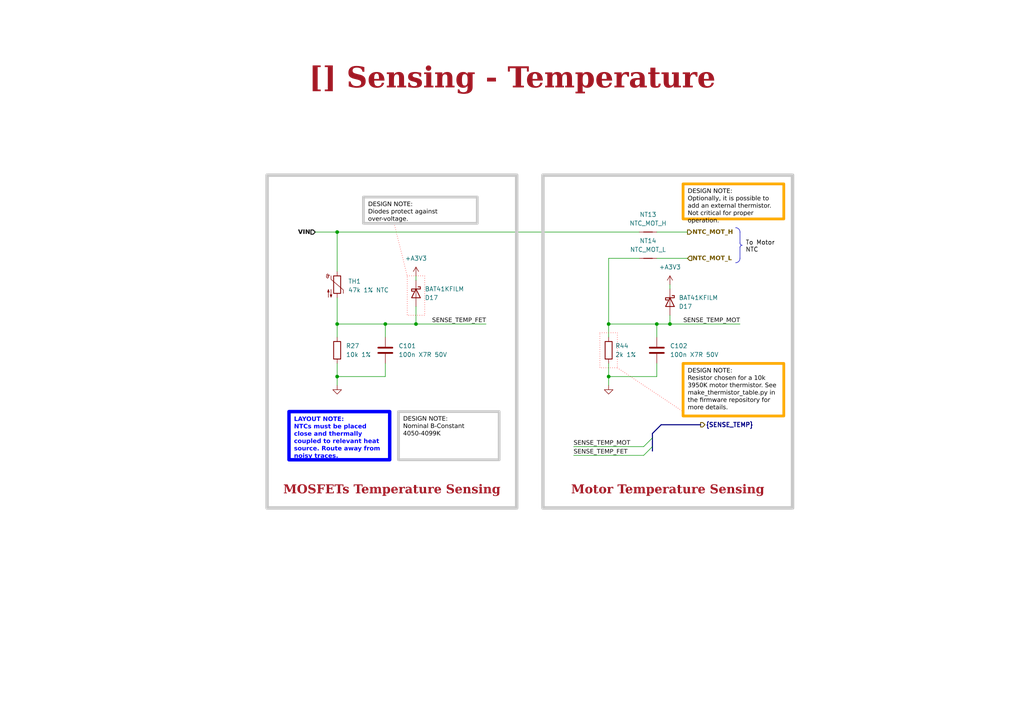
<source format=kicad_sch>
(kicad_sch
	(version 20231120)
	(generator "eeschema")
	(generator_version "8.0")
	(uuid "ea8c4f5e-7a49-4faf-a994-dbc85ed86b0a")
	(paper "A4")
	(title_block
		(title "Sensing - Temperature")
		(date "2024-04-13")
		(rev "${REVISION}")
		(company "${COMPANY}")
	)
	(lib_symbols
		(symbol "0_power_symbols:+A3V3"
			(power)
			(pin_names
				(offset 0)
			)
			(exclude_from_sim no)
			(in_bom yes)
			(on_board yes)
			(property "Reference" "#PWR"
				(at 0 -3.81 0)
				(effects
					(font
						(size 1.27 1.27)
					)
					(hide yes)
				)
			)
			(property "Value" "+A3V3"
				(at 0 3.556 0)
				(effects
					(font
						(size 1.27 1.27)
					)
				)
			)
			(property "Footprint" ""
				(at 0 0 0)
				(effects
					(font
						(size 1.27 1.27)
					)
					(hide yes)
				)
			)
			(property "Datasheet" ""
				(at 0 0 0)
				(effects
					(font
						(size 1.27 1.27)
					)
					(hide yes)
				)
			)
			(property "Description" "Power symbol creates a global label with name \"+A3V3\""
				(at 0 0 0)
				(effects
					(font
						(size 1.27 1.27)
					)
					(hide yes)
				)
			)
			(property "ki_keywords" "global power"
				(at 0 0 0)
				(effects
					(font
						(size 1.27 1.27)
					)
					(hide yes)
				)
			)
			(symbol "+A3V3_0_1"
				(polyline
					(pts
						(xy -0.762 1.27) (xy 0 2.54)
					)
					(stroke
						(width 0)
						(type default)
					)
					(fill
						(type none)
					)
				)
				(polyline
					(pts
						(xy 0 0) (xy 0 2.54)
					)
					(stroke
						(width 0)
						(type default)
					)
					(fill
						(type none)
					)
				)
				(polyline
					(pts
						(xy 0 2.54) (xy 0.762 1.27)
					)
					(stroke
						(width 0)
						(type default)
					)
					(fill
						(type none)
					)
				)
			)
			(symbol "+A3V3_1_1"
				(pin power_in line
					(at 0 0 90)
					(length 0) hide
					(name "+A3V3"
						(effects
							(font
								(size 1.27 1.27)
							)
						)
					)
					(number "1"
						(effects
							(font
								(size 1.27 1.27)
							)
						)
					)
				)
			)
		)
		(symbol "BAT41KFILM_1"
			(pin_numbers hide)
			(pin_names
				(offset 1.016) hide)
			(exclude_from_sim no)
			(in_bom yes)
			(on_board yes)
			(property "Reference" "D"
				(at 0 2.54 0)
				(effects
					(font
						(size 1.27 1.27)
					)
				)
			)
			(property "Value" "BAT41KFILM"
				(at 0 -2.54 0)
				(effects
					(font
						(size 1.27 1.27)
					)
				)
			)
			(property "Footprint" "0_diode_smd:D_SOD-523"
				(at 0 -4.445 0)
				(effects
					(font
						(size 1.27 1.27)
					)
					(hide yes)
				)
			)
			(property "Datasheet" "https://www.mouser.ch/datasheet/2/389/bat41-1848934.pdf"
				(at 0 0 0)
				(effects
					(font
						(size 1.27 1.27)
					)
					(hide yes)
				)
			)
			(property "Description" "100V 1A Schottky Diode, SOD-523-2"
				(at 0 0 0)
				(effects
					(font
						(size 1.27 1.27)
					)
					(hide yes)
				)
			)
			(property "ki_keywords" "diode Schottky"
				(at 0 0 0)
				(effects
					(font
						(size 1.27 1.27)
					)
					(hide yes)
				)
			)
			(property "ki_fp_filters" "D*DO?201AD*"
				(at 0 0 0)
				(effects
					(font
						(size 1.27 1.27)
					)
					(hide yes)
				)
			)
			(symbol "BAT41KFILM_1_0_1"
				(polyline
					(pts
						(xy 1.27 0) (xy -1.27 0)
					)
					(stroke
						(width 0)
						(type default)
					)
					(fill
						(type none)
					)
				)
				(polyline
					(pts
						(xy 1.27 1.27) (xy 1.27 -1.27) (xy -1.27 0) (xy 1.27 1.27)
					)
					(stroke
						(width 0.254)
						(type default)
					)
					(fill
						(type none)
					)
				)
				(polyline
					(pts
						(xy -1.905 0.635) (xy -1.905 1.27) (xy -1.27 1.27) (xy -1.27 -1.27) (xy -0.635 -1.27) (xy -0.635 -0.635)
					)
					(stroke
						(width 0.254)
						(type default)
					)
					(fill
						(type none)
					)
				)
			)
			(symbol "BAT41KFILM_1_1_1"
				(pin passive line
					(at -3.81 0 0)
					(length 2.54)
					(name "K"
						(effects
							(font
								(size 1.27 1.27)
							)
						)
					)
					(number "1"
						(effects
							(font
								(size 1.27 1.27)
							)
						)
					)
				)
				(pin passive line
					(at 3.81 0 180)
					(length 2.54)
					(name "A"
						(effects
							(font
								(size 1.27 1.27)
							)
						)
					)
					(number "2"
						(effects
							(font
								(size 1.27 1.27)
							)
						)
					)
				)
			)
		)
		(symbol "Device:C"
			(pin_numbers hide)
			(pin_names
				(offset 0.254)
			)
			(exclude_from_sim no)
			(in_bom yes)
			(on_board yes)
			(property "Reference" "C"
				(at 0.635 2.54 0)
				(effects
					(font
						(size 1.27 1.27)
					)
					(justify left)
				)
			)
			(property "Value" "C"
				(at 0.635 -2.54 0)
				(effects
					(font
						(size 1.27 1.27)
					)
					(justify left)
				)
			)
			(property "Footprint" ""
				(at 0.9652 -3.81 0)
				(effects
					(font
						(size 1.27 1.27)
					)
					(hide yes)
				)
			)
			(property "Datasheet" "~"
				(at 0 0 0)
				(effects
					(font
						(size 1.27 1.27)
					)
					(hide yes)
				)
			)
			(property "Description" "Unpolarized capacitor"
				(at 0 0 0)
				(effects
					(font
						(size 1.27 1.27)
					)
					(hide yes)
				)
			)
			(property "ki_keywords" "cap capacitor"
				(at 0 0 0)
				(effects
					(font
						(size 1.27 1.27)
					)
					(hide yes)
				)
			)
			(property "ki_fp_filters" "C_*"
				(at 0 0 0)
				(effects
					(font
						(size 1.27 1.27)
					)
					(hide yes)
				)
			)
			(symbol "C_0_1"
				(polyline
					(pts
						(xy -2.032 -0.762) (xy 2.032 -0.762)
					)
					(stroke
						(width 0.508)
						(type default)
					)
					(fill
						(type none)
					)
				)
				(polyline
					(pts
						(xy -2.032 0.762) (xy 2.032 0.762)
					)
					(stroke
						(width 0.508)
						(type default)
					)
					(fill
						(type none)
					)
				)
			)
			(symbol "C_1_1"
				(pin passive line
					(at 0 3.81 270)
					(length 2.794)
					(name "~"
						(effects
							(font
								(size 1.27 1.27)
							)
						)
					)
					(number "1"
						(effects
							(font
								(size 1.27 1.27)
							)
						)
					)
				)
				(pin passive line
					(at 0 -3.81 90)
					(length 2.794)
					(name "~"
						(effects
							(font
								(size 1.27 1.27)
							)
						)
					)
					(number "2"
						(effects
							(font
								(size 1.27 1.27)
							)
						)
					)
				)
			)
		)
		(symbol "Device:NetTie_2"
			(pin_numbers hide)
			(pin_names
				(offset 0) hide)
			(exclude_from_sim no)
			(in_bom no)
			(on_board yes)
			(property "Reference" "NT"
				(at 0 1.27 0)
				(effects
					(font
						(size 1.27 1.27)
					)
				)
			)
			(property "Value" "NetTie_2"
				(at 0 -1.27 0)
				(effects
					(font
						(size 1.27 1.27)
					)
				)
			)
			(property "Footprint" ""
				(at 0 0 0)
				(effects
					(font
						(size 1.27 1.27)
					)
					(hide yes)
				)
			)
			(property "Datasheet" "~"
				(at 0 0 0)
				(effects
					(font
						(size 1.27 1.27)
					)
					(hide yes)
				)
			)
			(property "Description" "Net tie, 2 pins"
				(at 0 0 0)
				(effects
					(font
						(size 1.27 1.27)
					)
					(hide yes)
				)
			)
			(property "ki_keywords" "net tie short"
				(at 0 0 0)
				(effects
					(font
						(size 1.27 1.27)
					)
					(hide yes)
				)
			)
			(property "ki_fp_filters" "Net*Tie*"
				(at 0 0 0)
				(effects
					(font
						(size 1.27 1.27)
					)
					(hide yes)
				)
			)
			(symbol "NetTie_2_0_1"
				(polyline
					(pts
						(xy -1.27 0) (xy 1.27 0)
					)
					(stroke
						(width 0.254)
						(type default)
					)
					(fill
						(type none)
					)
				)
			)
			(symbol "NetTie_2_1_1"
				(pin passive line
					(at -2.54 0 0)
					(length 2.54)
					(name "1"
						(effects
							(font
								(size 1.27 1.27)
							)
						)
					)
					(number "1"
						(effects
							(font
								(size 1.27 1.27)
							)
						)
					)
				)
				(pin passive line
					(at 2.54 0 180)
					(length 2.54)
					(name "2"
						(effects
							(font
								(size 1.27 1.27)
							)
						)
					)
					(number "2"
						(effects
							(font
								(size 1.27 1.27)
							)
						)
					)
				)
			)
		)
		(symbol "Device:R"
			(pin_numbers hide)
			(pin_names
				(offset 0)
			)
			(exclude_from_sim no)
			(in_bom yes)
			(on_board yes)
			(property "Reference" "R"
				(at 2.032 0 90)
				(effects
					(font
						(size 1.27 1.27)
					)
				)
			)
			(property "Value" "R"
				(at 0 0 90)
				(effects
					(font
						(size 1.27 1.27)
					)
				)
			)
			(property "Footprint" ""
				(at -1.778 0 90)
				(effects
					(font
						(size 1.27 1.27)
					)
					(hide yes)
				)
			)
			(property "Datasheet" "~"
				(at 0 0 0)
				(effects
					(font
						(size 1.27 1.27)
					)
					(hide yes)
				)
			)
			(property "Description" "Resistor"
				(at 0 0 0)
				(effects
					(font
						(size 1.27 1.27)
					)
					(hide yes)
				)
			)
			(property "ki_keywords" "R res resistor"
				(at 0 0 0)
				(effects
					(font
						(size 1.27 1.27)
					)
					(hide yes)
				)
			)
			(property "ki_fp_filters" "R_*"
				(at 0 0 0)
				(effects
					(font
						(size 1.27 1.27)
					)
					(hide yes)
				)
			)
			(symbol "R_0_1"
				(rectangle
					(start -1.016 -2.54)
					(end 1.016 2.54)
					(stroke
						(width 0.254)
						(type default)
					)
					(fill
						(type none)
					)
				)
			)
			(symbol "R_1_1"
				(pin passive line
					(at 0 3.81 270)
					(length 1.27)
					(name "~"
						(effects
							(font
								(size 1.27 1.27)
							)
						)
					)
					(number "1"
						(effects
							(font
								(size 1.27 1.27)
							)
						)
					)
				)
				(pin passive line
					(at 0 -3.81 90)
					(length 1.27)
					(name "~"
						(effects
							(font
								(size 1.27 1.27)
							)
						)
					)
					(number "2"
						(effects
							(font
								(size 1.27 1.27)
							)
						)
					)
				)
			)
		)
		(symbol "Device:Thermistor_NTC"
			(pin_numbers hide)
			(pin_names
				(offset 0)
			)
			(exclude_from_sim no)
			(in_bom yes)
			(on_board yes)
			(property "Reference" "TH"
				(at -4.445 0 90)
				(effects
					(font
						(size 1.27 1.27)
					)
				)
			)
			(property "Value" "Thermistor_NTC"
				(at 3.175 0 90)
				(effects
					(font
						(size 1.27 1.27)
					)
				)
			)
			(property "Footprint" ""
				(at 0 1.27 0)
				(effects
					(font
						(size 1.27 1.27)
					)
					(hide yes)
				)
			)
			(property "Datasheet" "~"
				(at 0 1.27 0)
				(effects
					(font
						(size 1.27 1.27)
					)
					(hide yes)
				)
			)
			(property "Description" "Temperature dependent resistor, negative temperature coefficient"
				(at 0 0 0)
				(effects
					(font
						(size 1.27 1.27)
					)
					(hide yes)
				)
			)
			(property "ki_keywords" "thermistor NTC resistor sensor RTD"
				(at 0 0 0)
				(effects
					(font
						(size 1.27 1.27)
					)
					(hide yes)
				)
			)
			(property "ki_fp_filters" "*NTC* *Thermistor* PIN?ARRAY* bornier* *Terminal?Block* R_*"
				(at 0 0 0)
				(effects
					(font
						(size 1.27 1.27)
					)
					(hide yes)
				)
			)
			(symbol "Thermistor_NTC_0_1"
				(arc
					(start -3.048 2.159)
					(mid -3.0495 2.3143)
					(end -3.175 2.413)
					(stroke
						(width 0)
						(type default)
					)
					(fill
						(type none)
					)
				)
				(arc
					(start -3.048 2.159)
					(mid -2.9736 1.9794)
					(end -2.794 1.905)
					(stroke
						(width 0)
						(type default)
					)
					(fill
						(type none)
					)
				)
				(arc
					(start -3.048 2.794)
					(mid -2.9736 2.6144)
					(end -2.794 2.54)
					(stroke
						(width 0)
						(type default)
					)
					(fill
						(type none)
					)
				)
				(arc
					(start -2.794 1.905)
					(mid -2.6144 1.9794)
					(end -2.54 2.159)
					(stroke
						(width 0)
						(type default)
					)
					(fill
						(type none)
					)
				)
				(arc
					(start -2.794 2.54)
					(mid -2.4393 2.5587)
					(end -2.159 2.794)
					(stroke
						(width 0)
						(type default)
					)
					(fill
						(type none)
					)
				)
				(arc
					(start -2.794 3.048)
					(mid -2.9736 2.9736)
					(end -3.048 2.794)
					(stroke
						(width 0)
						(type default)
					)
					(fill
						(type none)
					)
				)
				(arc
					(start -2.54 2.794)
					(mid -2.6144 2.9736)
					(end -2.794 3.048)
					(stroke
						(width 0)
						(type default)
					)
					(fill
						(type none)
					)
				)
				(rectangle
					(start -1.016 2.54)
					(end 1.016 -2.54)
					(stroke
						(width 0.254)
						(type default)
					)
					(fill
						(type none)
					)
				)
				(polyline
					(pts
						(xy -2.54 2.159) (xy -2.54 2.794)
					)
					(stroke
						(width 0)
						(type default)
					)
					(fill
						(type none)
					)
				)
				(polyline
					(pts
						(xy -1.778 2.54) (xy -1.778 1.524) (xy 1.778 -1.524) (xy 1.778 -2.54)
					)
					(stroke
						(width 0)
						(type default)
					)
					(fill
						(type none)
					)
				)
				(polyline
					(pts
						(xy -2.54 -3.683) (xy -2.54 -1.397) (xy -2.794 -2.159) (xy -2.286 -2.159) (xy -2.54 -1.397) (xy -2.54 -1.651)
					)
					(stroke
						(width 0)
						(type default)
					)
					(fill
						(type outline)
					)
				)
				(polyline
					(pts
						(xy -1.778 -1.397) (xy -1.778 -3.683) (xy -2.032 -2.921) (xy -1.524 -2.921) (xy -1.778 -3.683)
						(xy -1.778 -3.429)
					)
					(stroke
						(width 0)
						(type default)
					)
					(fill
						(type outline)
					)
				)
			)
			(symbol "Thermistor_NTC_1_1"
				(pin passive line
					(at 0 3.81 270)
					(length 1.27)
					(name "~"
						(effects
							(font
								(size 1.27 1.27)
							)
						)
					)
					(number "1"
						(effects
							(font
								(size 1.27 1.27)
							)
						)
					)
				)
				(pin passive line
					(at 0 -3.81 90)
					(length 1.27)
					(name "~"
						(effects
							(font
								(size 1.27 1.27)
							)
						)
					)
					(number "2"
						(effects
							(font
								(size 1.27 1.27)
							)
						)
					)
				)
			)
		)
		(symbol "power:GND"
			(power)
			(pin_names
				(offset 0)
			)
			(exclude_from_sim no)
			(in_bom yes)
			(on_board yes)
			(property "Reference" "#PWR"
				(at 0 -6.35 0)
				(effects
					(font
						(size 1.27 1.27)
					)
					(hide yes)
				)
			)
			(property "Value" "GND"
				(at 0 -3.81 0)
				(effects
					(font
						(size 1.27 1.27)
					)
				)
			)
			(property "Footprint" ""
				(at 0 0 0)
				(effects
					(font
						(size 1.27 1.27)
					)
					(hide yes)
				)
			)
			(property "Datasheet" ""
				(at 0 0 0)
				(effects
					(font
						(size 1.27 1.27)
					)
					(hide yes)
				)
			)
			(property "Description" "Power symbol creates a global label with name \"GND\" , ground"
				(at 0 0 0)
				(effects
					(font
						(size 1.27 1.27)
					)
					(hide yes)
				)
			)
			(property "ki_keywords" "global power"
				(at 0 0 0)
				(effects
					(font
						(size 1.27 1.27)
					)
					(hide yes)
				)
			)
			(symbol "GND_0_1"
				(polyline
					(pts
						(xy 0 0) (xy 0 -1.27) (xy 1.27 -1.27) (xy 0 -2.54) (xy -1.27 -1.27) (xy 0 -1.27)
					)
					(stroke
						(width 0)
						(type default)
					)
					(fill
						(type none)
					)
				)
			)
			(symbol "GND_1_1"
				(pin power_in line
					(at 0 0 270)
					(length 0) hide
					(name "GND"
						(effects
							(font
								(size 1.27 1.27)
							)
						)
					)
					(number "1"
						(effects
							(font
								(size 1.27 1.27)
							)
						)
					)
				)
			)
		)
	)
	(junction
		(at 194.31 93.98)
		(diameter 0)
		(color 0 0 0 0)
		(uuid "2e271e52-50cd-4ee8-b5d5-22fb6776a7a6")
	)
	(junction
		(at 97.79 67.31)
		(diameter 0)
		(color 0 0 0 0)
		(uuid "52a84555-f80d-48e4-a8f0-95323899449e")
	)
	(junction
		(at 120.65 93.98)
		(diameter 0)
		(color 0 0 0 0)
		(uuid "7a68898c-1ae0-48c1-9f43-00a35b86ae59")
	)
	(junction
		(at 97.79 93.98)
		(diameter 0)
		(color 0 0 0 0)
		(uuid "7c369a62-3ff9-4541-8fe9-c124e88fd58a")
	)
	(junction
		(at 176.53 93.98)
		(diameter 0)
		(color 0 0 0 0)
		(uuid "9c9cbee4-bd37-48b6-8da2-5fdab08097ee")
	)
	(junction
		(at 190.5 93.98)
		(diameter 0)
		(color 0 0 0 0)
		(uuid "c445fc5d-40cb-43d3-8d9c-8e158332c077")
	)
	(junction
		(at 97.79 109.22)
		(diameter 0)
		(color 0 0 0 0)
		(uuid "c897474f-12db-4a87-a2ba-3f4f468755d4")
	)
	(junction
		(at 176.53 109.22)
		(diameter 0)
		(color 0 0 0 0)
		(uuid "dfae393c-b629-43a7-b4ca-9cdb2af44a28")
	)
	(junction
		(at 111.76 93.98)
		(diameter 0)
		(color 0 0 0 0)
		(uuid "f069b5bd-9846-425d-97fd-81c601476dd5")
	)
	(bus_entry
		(at 186.69 129.54)
		(size 2.54 -2.54)
		(stroke
			(width 0)
			(type default)
		)
		(uuid "5f4e4f84-4331-4155-a0d1-d9c82a06bfb6")
	)
	(bus_entry
		(at 186.69 132.08)
		(size 2.54 -2.54)
		(stroke
			(width 0)
			(type default)
		)
		(uuid "b65665b6-06db-48bc-8d89-054a391be50e")
	)
	(wire
		(pts
			(xy 97.79 67.31) (xy 185.42 67.31)
		)
		(stroke
			(width 0)
			(type default)
		)
		(uuid "0fb697f0-4900-466a-96e5-464daab8a73b")
	)
	(wire
		(pts
			(xy 190.5 67.31) (xy 199.39 67.31)
		)
		(stroke
			(width 0)
			(type default)
		)
		(uuid "2102a334-f6b5-4ec7-9d12-213c1cc28c0b")
	)
	(wire
		(pts
			(xy 176.53 109.22) (xy 190.5 109.22)
		)
		(stroke
			(width 0)
			(type default)
		)
		(uuid "2a74f579-ae89-450d-8ad0-9b7d87179905")
	)
	(wire
		(pts
			(xy 120.65 80.01) (xy 120.65 81.28)
		)
		(stroke
			(width 0)
			(type default)
		)
		(uuid "320af2f5-5c91-4352-90ca-c41b96417398")
	)
	(wire
		(pts
			(xy 97.79 109.22) (xy 111.76 109.22)
		)
		(stroke
			(width 0)
			(type default)
		)
		(uuid "35b431d2-1bcf-442d-98dc-0eac80212ef0")
	)
	(wire
		(pts
			(xy 97.79 93.98) (xy 97.79 97.79)
		)
		(stroke
			(width 0)
			(type default)
		)
		(uuid "4a57d443-9da2-47ee-b738-bc752d4443ad")
	)
	(wire
		(pts
			(xy 97.79 67.31) (xy 97.79 78.74)
		)
		(stroke
			(width 0)
			(type default)
		)
		(uuid "4b527e43-2944-4c9e-8aa7-85c2f557c3d4")
	)
	(wire
		(pts
			(xy 97.79 105.41) (xy 97.79 109.22)
		)
		(stroke
			(width 0)
			(type default)
		)
		(uuid "5c98b037-fda4-46a0-b097-c780fdff6c39")
	)
	(wire
		(pts
			(xy 97.79 111.76) (xy 97.79 109.22)
		)
		(stroke
			(width 0)
			(type default)
		)
		(uuid "5e6d7b33-3c26-471d-88c6-ec081e57c891")
	)
	(wire
		(pts
			(xy 111.76 93.98) (xy 120.65 93.98)
		)
		(stroke
			(width 0)
			(type default)
		)
		(uuid "61af5c6a-7525-4277-b28f-2869a230fdb2")
	)
	(wire
		(pts
			(xy 176.53 93.98) (xy 176.53 97.79)
		)
		(stroke
			(width 0)
			(type default)
		)
		(uuid "6790eadc-3f2f-44df-9989-eb0b2d2a89cb")
	)
	(wire
		(pts
			(xy 185.42 74.93) (xy 176.53 74.93)
		)
		(stroke
			(width 0)
			(type default)
		)
		(uuid "69c47fe9-0b7c-42a8-be23-cb81bd11e694")
	)
	(wire
		(pts
			(xy 176.53 93.98) (xy 190.5 93.98)
		)
		(stroke
			(width 0)
			(type default)
		)
		(uuid "6bb094e4-bdd3-47f8-a8c6-f8afdbfe009e")
	)
	(wire
		(pts
			(xy 190.5 105.41) (xy 190.5 109.22)
		)
		(stroke
			(width 0)
			(type default)
		)
		(uuid "6e063caa-eb88-4027-b800-46618c1b1f59")
	)
	(wire
		(pts
			(xy 111.76 93.98) (xy 111.76 97.79)
		)
		(stroke
			(width 0)
			(type default)
		)
		(uuid "7c31289d-afae-477d-ac39-c7a3a4e395af")
	)
	(bus
		(pts
			(xy 191.77 123.19) (xy 203.2 123.19)
		)
		(stroke
			(width 0)
			(type default)
		)
		(uuid "7e310ff8-6121-4dc2-a973-7a344d75c326")
	)
	(wire
		(pts
			(xy 120.65 93.98) (xy 140.97 93.98)
		)
		(stroke
			(width 0)
			(type default)
		)
		(uuid "834ba08a-7066-4557-b410-1edf4960e41c")
	)
	(polyline
		(pts
			(xy 114.3 64.77) (xy 118.11 80.01)
		)
		(stroke
			(width 0)
			(type dot)
			(color 255 0 0 1)
		)
		(uuid "8abeef15-f25d-44ad-956a-db8a97b19d41")
	)
	(wire
		(pts
			(xy 97.79 86.36) (xy 97.79 93.98)
		)
		(stroke
			(width 0)
			(type default)
		)
		(uuid "8ffcd586-6d84-4cc4-9e87-e2710d5ce83b")
	)
	(wire
		(pts
			(xy 199.39 74.93) (xy 190.5 74.93)
		)
		(stroke
			(width 0)
			(type default)
		)
		(uuid "9657f8e7-4f22-4cc4-98cf-3631e646c271")
	)
	(wire
		(pts
			(xy 120.65 88.9) (xy 120.65 93.98)
		)
		(stroke
			(width 0)
			(type default)
		)
		(uuid "98eebb08-ce8f-4cdc-b06f-312bdbf570f6")
	)
	(bus
		(pts
			(xy 189.23 127) (xy 189.23 129.54)
		)
		(stroke
			(width 0)
			(type default)
		)
		(uuid "9a98efbb-13c1-446f-a88b-f87f0d991ddb")
	)
	(bus
		(pts
			(xy 189.23 129.54) (xy 189.23 130.81)
		)
		(stroke
			(width 0)
			(type default)
		)
		(uuid "ae6b343c-c7b7-4449-b1fd-266383156c67")
	)
	(wire
		(pts
			(xy 194.31 91.44) (xy 194.31 93.98)
		)
		(stroke
			(width 0)
			(type default)
		)
		(uuid "b977bf10-93e1-4044-8a98-26b02c8775cf")
	)
	(wire
		(pts
			(xy 190.5 93.98) (xy 194.31 93.98)
		)
		(stroke
			(width 0)
			(type default)
		)
		(uuid "b9d3953b-4ade-4510-b2c4-e9ca55c193bc")
	)
	(polyline
		(pts
			(xy 214.63 70.485) (xy 214.63 67.31)
		)
		(stroke
			(width 0)
			(type default)
		)
		(uuid "bd0b5bf5-7f92-4a39-94c6-dd179063ff57")
	)
	(wire
		(pts
			(xy 97.79 93.98) (xy 111.76 93.98)
		)
		(stroke
			(width 0)
			(type default)
		)
		(uuid "bd53fcc7-2a12-4be0-9f4e-02ccf2ba36c8")
	)
	(wire
		(pts
			(xy 194.31 82.55) (xy 194.31 83.82)
		)
		(stroke
			(width 0)
			(type default)
		)
		(uuid "c0b22ccc-f49e-4761-8e68-b37a63494711")
	)
	(bus
		(pts
			(xy 189.23 125.73) (xy 191.77 123.19)
		)
		(stroke
			(width 0)
			(type default)
		)
		(uuid "d20cd3ae-e7b2-4623-b049-786d59b8d5d9")
	)
	(polyline
		(pts
			(xy 179.07 106.68) (xy 198.12 119.38)
		)
		(stroke
			(width 0)
			(type dot)
			(color 255 0 0 1)
		)
		(uuid "d67c7c87-a44f-4449-ba96-b36a063ebc47")
	)
	(wire
		(pts
			(xy 176.53 111.76) (xy 176.53 109.22)
		)
		(stroke
			(width 0)
			(type default)
		)
		(uuid "d93d5cba-6073-4b32-868e-182b3387d345")
	)
	(wire
		(pts
			(xy 190.5 93.98) (xy 190.5 97.79)
		)
		(stroke
			(width 0)
			(type default)
		)
		(uuid "dae0fd97-4302-43dd-8f1b-a0094dcaad95")
	)
	(wire
		(pts
			(xy 111.76 105.41) (xy 111.76 109.22)
		)
		(stroke
			(width 0)
			(type default)
		)
		(uuid "dd4e941e-8f74-4885-a2d6-26b9f1609504")
	)
	(wire
		(pts
			(xy 194.31 93.98) (xy 214.63 93.98)
		)
		(stroke
			(width 0)
			(type default)
		)
		(uuid "ddfd6ecd-8691-4dfb-81fb-c33e41821900")
	)
	(polyline
		(pts
			(xy 214.625 71.76) (xy 214.625 74.935)
		)
		(stroke
			(width 0)
			(type default)
		)
		(uuid "de26d572-da0b-437e-8f91-fd39d69a51a9")
	)
	(bus
		(pts
			(xy 189.23 125.73) (xy 189.23 127)
		)
		(stroke
			(width 0)
			(type default)
		)
		(uuid "e69afbdc-dd87-4b49-a89a-0b2af5afe01f")
	)
	(wire
		(pts
			(xy 176.53 74.93) (xy 176.53 93.98)
		)
		(stroke
			(width 0)
			(type default)
		)
		(uuid "f217ae11-110d-48e1-8789-43afdcae22cd")
	)
	(wire
		(pts
			(xy 176.53 105.41) (xy 176.53 109.22)
		)
		(stroke
			(width 0)
			(type default)
		)
		(uuid "f22a4698-0593-4e04-92b0-c1f20307b526")
	)
	(wire
		(pts
			(xy 166.37 129.54) (xy 186.69 129.54)
		)
		(stroke
			(width 0)
			(type default)
		)
		(uuid "f8591fcc-1652-4b3e-9b9f-a814ee47f06c")
	)
	(wire
		(pts
			(xy 91.44 67.31) (xy 97.79 67.31)
		)
		(stroke
			(width 0)
			(type default)
		)
		(uuid "f9481d21-7ffc-4c73-abf8-76929d70c9f4")
	)
	(wire
		(pts
			(xy 166.37 132.08) (xy 186.69 132.08)
		)
		(stroke
			(width 0)
			(type default)
		)
		(uuid "f9cb348e-b895-4d63-9dea-71d5f934dc49")
	)
	(arc
		(start 215.26 71.125)
		(mid 214.811 70.939)
		(end 214.625 70.49)
		(stroke
			(width 0)
			(type default)
		)
		(fill
			(type none)
		)
		(uuid 00af95a5-19e6-483a-87db-ba13a42509d4)
	)
	(rectangle
		(start 118.11 80.01)
		(end 123.19 91.44)
		(stroke
			(width 0)
			(type dot)
			(color 255 0 0 1)
		)
		(fill
			(type none)
		)
		(uuid 0a9b2f59-0a6e-44d7-aabb-2936a634c45a)
	)
	(rectangle
		(start 77.47 50.8)
		(end 149.86 147.32)
		(stroke
			(width 1)
			(type default)
			(color 200 200 200 1)
		)
		(fill
			(type none)
		)
		(uuid 334d70bb-6dd2-4211-b53f-66950f6e24d9)
	)
	(rectangle
		(start 157.48 50.8)
		(end 229.87 147.32)
		(stroke
			(width 1)
			(type default)
			(color 200 200 200 1)
		)
		(fill
			(type none)
		)
		(uuid 52fe8932-e93a-4c97-bc20-4c8408ea7c66)
	)
	(arc
		(start 214.625 71.76)
		(mid 214.811 71.311)
		(end 215.26 71.125)
		(stroke
			(width 0)
			(type default)
		)
		(fill
			(type none)
		)
		(uuid 5e3bf8d0-279a-4c47-8557-a8a2aab9b870)
	)
	(arc
		(start 214.625 74.935)
		(mid 214.253 75.833)
		(end 213.355 76.205)
		(stroke
			(width 0)
			(type default)
		)
		(fill
			(type none)
		)
		(uuid 9697e282-fa94-4c21-aef9-e251687b00a5)
	)
	(arc
		(start 213.36 66.04)
		(mid 214.2566 66.4134)
		(end 214.63 67.31)
		(stroke
			(width 0)
			(type default)
		)
		(fill
			(type none)
		)
		(uuid 9b5d3819-ea78-4d47-88a6-7ef2f1677689)
	)
	(rectangle
		(start 173.99 96.52)
		(end 179.07 106.68)
		(stroke
			(width 0)
			(type dot)
			(color 255 0 0 1)
		)
		(fill
			(type none)
		)
		(uuid 9c2effc5-1110-488a-bef2-6e1febdf0435)
	)
	(text_box "LAYOUT NOTE:\nNTCs must be placed close and thermally coupled to relevant heat source. Route away from noisy traces."
		(exclude_from_sim no)
		(at 83.82 119.38 0)
		(size 29.21 13.97)
		(stroke
			(width 1)
			(type solid)
			(color 0 0 255 1)
		)
		(fill
			(type none)
		)
		(effects
			(font
				(face "Arial")
				(size 1.27 1.27)
				(thickness 0.4)
				(bold yes)
				(color 0 0 255 1)
			)
			(justify left top)
		)
		(uuid "1c05cb80-d89c-4f46-9835-6ccdb3dc3ce3")
	)
	(text_box "MOSFETs Temperature Sensing"
		(exclude_from_sim no)
		(at 78.74 135.89 0)
		(size 69.85 9.525)
		(stroke
			(width -0.0001)
			(type default)
		)
		(fill
			(type none)
		)
		(effects
			(font
				(face "Times New Roman")
				(size 2.54 2.54)
				(thickness 0.508)
				(bold yes)
				(color 162 22 34 1)
			)
			(justify bottom)
		)
		(uuid "257b383a-7794-4204-83f8-21e6970fb7df")
	)
	(text_box "Motor Temperature Sensing"
		(exclude_from_sim no)
		(at 158.75 135.89 0)
		(size 69.85 9.525)
		(stroke
			(width -0.0001)
			(type default)
		)
		(fill
			(type none)
		)
		(effects
			(font
				(face "Times New Roman")
				(size 2.54 2.54)
				(thickness 0.508)
				(bold yes)
				(color 162 22 34 1)
			)
			(justify bottom)
		)
		(uuid "3f624626-95f7-4298-b5a0-a0276a944051")
	)
	(text_box "[${#}] ${TITLE}"
		(exclude_from_sim no)
		(at 80.01 16.51 0)
		(size 137.16 12.7)
		(stroke
			(width -0.0001)
			(type default)
		)
		(fill
			(type none)
		)
		(effects
			(font
				(face "Times New Roman")
				(size 6 6)
				(thickness 1.2)
				(bold yes)
				(color 162 22 34 1)
			)
		)
		(uuid "4f72d39d-aee5-47a6-8746-d4263a64205b")
	)
	(text_box "To Motor NTC"
		(exclude_from_sim no)
		(at 215.265 68.58 0)
		(size 13.335 5.08)
		(stroke
			(width -0.0001)
			(type default)
		)
		(fill
			(type none)
		)
		(effects
			(font
				(size 1.27 1.27)
				(color 0 0 0 1)
			)
			(justify left top)
		)
		(uuid "508fa60e-a399-4ba1-bb75-448d345f364b")
	)
	(text_box "DESIGN NOTE:\nOptionally, it is possible to add an external thermistor. Not critical for proper operation."
		(exclude_from_sim no)
		(at 198.12 53.34 0)
		(size 29.21 10.16)
		(stroke
			(width 0.8)
			(type solid)
			(color 255 165 0 1)
		)
		(fill
			(type none)
		)
		(effects
			(font
				(face "Arial")
				(size 1.27 1.27)
				(color 0 0 0 1)
			)
			(justify left top)
		)
		(uuid "bbcad23b-7a89-483d-8cad-a6d804ca1ba9")
	)
	(text_box "DESIGN NOTE:\nDiodes protect against over-voltage."
		(exclude_from_sim no)
		(at 105.41 57.15 0)
		(size 33.02 7.62)
		(stroke
			(width 0.8)
			(type solid)
			(color 200 200 200 1)
		)
		(fill
			(type none)
		)
		(effects
			(font
				(face "Arial")
				(size 1.27 1.27)
				(color 0 0 0 1)
			)
			(justify left top)
		)
		(uuid "c299bf0a-d3d4-4b6a-9c33-eaca6157678b")
	)
	(text_box "DESIGN NOTE:\nNominal B-Constant 4050-4099K"
		(exclude_from_sim no)
		(at 115.57 119.38 0)
		(size 29.21 13.97)
		(stroke
			(width 0.8)
			(type solid)
			(color 200 200 200 1)
		)
		(fill
			(type none)
		)
		(effects
			(font
				(face "Arial")
				(size 1.27 1.27)
				(color 0 0 0 1)
			)
			(justify left top)
		)
		(uuid "cf66624e-9925-423f-82c0-70c3dc82e276")
	)
	(text_box "DESIGN NOTE:\nResistor chosen for a 10k 3950K motor thermistor. See make_thermistor_table.py in the firmware repository for more details."
		(exclude_from_sim no)
		(at 198.12 105.41 0)
		(size 29.21 15.24)
		(stroke
			(width 0.8)
			(type solid)
			(color 255 165 0 1)
		)
		(fill
			(type none)
		)
		(effects
			(font
				(face "Arial")
				(size 1.27 1.27)
				(color 0 0 0 1)
			)
			(justify left top)
		)
		(uuid "fa0cda5d-be51-40ac-8587-4741c6a6cde8")
	)
	(label "SENSE_TEMP_MOT"
		(at 214.63 93.98 180)
		(fields_autoplaced yes)
		(effects
			(font
				(face "Arial")
				(size 1.27 1.27)
			)
			(justify right bottom)
		)
		(uuid "1503dbc1-7617-4553-806e-9d20c37b7280")
	)
	(label "SENSE_TEMP_FET"
		(at 166.37 132.08 0)
		(fields_autoplaced yes)
		(effects
			(font
				(face "Arial")
				(size 1.27 1.27)
			)
			(justify left bottom)
		)
		(uuid "48f5483d-e2ed-4387-bd63-9dd8c5d74c1e")
	)
	(label "SENSE_TEMP_MOT"
		(at 166.37 129.54 0)
		(fields_autoplaced yes)
		(effects
			(font
				(face "Arial")
				(size 1.27 1.27)
			)
			(justify left bottom)
		)
		(uuid "e674cb80-b9af-4346-91e6-ef3fbc4ea556")
	)
	(label "SENSE_TEMP_FET"
		(at 140.97 93.98 180)
		(fields_autoplaced yes)
		(effects
			(font
				(face "Arial")
				(size 1.27 1.27)
			)
			(justify right bottom)
		)
		(uuid "fed0f9e6-54d3-48e9-a6f0-7b7d8a329062")
	)
	(hierarchical_label "VIN"
		(shape input)
		(at 91.44 67.31 180)
		(fields_autoplaced yes)
		(effects
			(font
				(face "Arial")
				(size 1.27 1.27)
				(bold yes)
				(color 0 0 0 1)
			)
			(justify right)
		)
		(uuid "0a791751-e2e2-472d-a16c-1482e83b8334")
	)
	(hierarchical_label "NTC_MOT_H"
		(shape output)
		(at 199.39 67.31 0)
		(fields_autoplaced yes)
		(effects
			(font
				(face "Arial")
				(size 1.27 1.27)
				(bold yes)
			)
			(justify left)
		)
		(uuid "2473a333-0265-4eda-b17d-54899597a80a")
	)
	(hierarchical_label "{SENSE_TEMP}"
		(shape output)
		(at 203.2 123.19 0)
		(fields_autoplaced yes)
		(effects
			(font
				(size 1.27 1.27)
				(bold yes)
			)
			(justify left)
		)
		(uuid "32c62d42-6628-43b0-a6b6-bac824697708")
	)
	(hierarchical_label "NTC_MOT_L"
		(shape input)
		(at 199.39 74.93 0)
		(fields_autoplaced yes)
		(effects
			(font
				(face "Arial")
				(size 1.27 1.27)
				(bold yes)
			)
			(justify left)
		)
		(uuid "76b2a29a-860c-43c3-a92f-7fea5640aceb")
	)
	(symbol
		(lib_id "Device:NetTie_2")
		(at 187.96 67.31 0)
		(unit 1)
		(exclude_from_sim no)
		(in_bom no)
		(on_board yes)
		(dnp no)
		(fields_autoplaced yes)
		(uuid "16b3b9ac-0b5b-4a96-b873-c71c411f784a")
		(property "Reference" "NT13"
			(at 187.96 62.23 0)
			(effects
				(font
					(size 1.27 1.27)
				)
			)
		)
		(property "Value" "NTC_MOT_H"
			(at 187.96 64.77 0)
			(effects
				(font
					(size 1.27 1.27)
				)
			)
		)
		(property "Footprint" "0_net_tie:NetTie-2_SMD_Pad0.2mm"
			(at 187.96 67.31 0)
			(effects
				(font
					(size 1.27 1.27)
				)
				(hide yes)
			)
		)
		(property "Datasheet" "~"
			(at 187.96 67.31 0)
			(effects
				(font
					(size 1.27 1.27)
				)
				(hide yes)
			)
		)
		(property "Description" ""
			(at 187.96 67.31 0)
			(effects
				(font
					(size 1.27 1.27)
				)
				(hide yes)
			)
		)
		(pin "1"
			(uuid "7a93cf85-9f8b-48d9-aad0-13a58fdfaa46")
		)
		(pin "2"
			(uuid "5d80d263-da49-4e73-940a-78217d19c59a")
		)
		(instances
			(project "pcb2blender_tmp"
				(path "/0650c7a8-acba-429c-9f8e-eec0baf0bc1c/fede4c36-00cc-4d3d-b71c-5243ba232202/fa34585c-cea0-4980-9405-23c394490fcf"
					(reference "NT13")
					(unit 1)
				)
			)
		)
	)
	(symbol
		(lib_id "power:GND")
		(at 176.53 111.76 0)
		(unit 1)
		(exclude_from_sim no)
		(in_bom yes)
		(on_board yes)
		(dnp no)
		(fields_autoplaced yes)
		(uuid "2aa276dd-4e7a-44be-a584-d01f2e966279")
		(property "Reference" "#PWR044"
			(at 176.53 118.11 0)
			(effects
				(font
					(size 1.27 1.27)
				)
				(hide yes)
			)
		)
		(property "Value" "GND"
			(at 176.53 116.84 0)
			(effects
				(font
					(size 1.27 1.27)
				)
				(hide yes)
			)
		)
		(property "Footprint" ""
			(at 176.53 111.76 0)
			(effects
				(font
					(size 1.27 1.27)
				)
				(hide yes)
			)
		)
		(property "Datasheet" ""
			(at 176.53 111.76 0)
			(effects
				(font
					(size 1.27 1.27)
				)
				(hide yes)
			)
		)
		(property "Description" ""
			(at 176.53 111.76 0)
			(effects
				(font
					(size 1.27 1.27)
				)
				(hide yes)
			)
		)
		(pin "1"
			(uuid "1b9c7867-8d18-488b-8350-e03aae90092b")
		)
		(instances
			(project "pcb2blender_tmp"
				(path "/0650c7a8-acba-429c-9f8e-eec0baf0bc1c/fede4c36-00cc-4d3d-b71c-5243ba232202/fa34585c-cea0-4980-9405-23c394490fcf"
					(reference "#PWR044")
					(unit 1)
				)
			)
		)
	)
	(symbol
		(lib_id "Device:R")
		(at 97.79 101.6 0)
		(unit 1)
		(exclude_from_sim no)
		(in_bom yes)
		(on_board yes)
		(dnp no)
		(fields_autoplaced yes)
		(uuid "497e78eb-af49-4163-8f7c-4d168071b284")
		(property "Reference" "R27"
			(at 100.33 100.33 0)
			(effects
				(font
					(size 1.27 1.27)
				)
				(justify left)
			)
		)
		(property "Value" "10k 1%"
			(at 100.33 102.87 0)
			(effects
				(font
					(size 1.27 1.27)
				)
				(justify left)
			)
		)
		(property "Footprint" "0_resistor_smd:R_0402_1005_DensityHigh"
			(at 96.012 101.6 90)
			(effects
				(font
					(size 1.27 1.27)
				)
				(hide yes)
			)
		)
		(property "Datasheet" "https://www.yageo.com/upload/media/product/app/datasheet/rchip/pyu-rt_1-to-0.01_rohs_l.pdf"
			(at 97.79 101.6 0)
			(effects
				(font
					(size 1.27 1.27)
				)
				(hide yes)
			)
		)
		(property "Description" "10 kOhms ±1% 0.063W, 1/16W Chip Resistor 0402 (1005 Metric) Thin Film"
			(at 97.79 101.6 0)
			(effects
				(font
					(size 1.27 1.27)
				)
				(hide yes)
			)
		)
		(property "Manufacturer" "YAGEO"
			(at 97.79 101.6 0)
			(effects
				(font
					(size 1.27 1.27)
				)
				(hide yes)
			)
		)
		(property "Manufacturer Part Number" "RT0402FRE0710KL"
			(at 97.79 101.6 0)
			(effects
				(font
					(size 1.27 1.27)
				)
				(hide yes)
			)
		)
		(property "Supplier 1" "Digikey"
			(at 97.79 101.6 0)
			(effects
				(font
					(size 1.27 1.27)
				)
				(hide yes)
			)
		)
		(property "Supplier Part Number 1" "YAG1233CT-ND"
			(at 97.79 101.6 0)
			(effects
				(font
					(size 1.27 1.27)
				)
				(hide yes)
			)
		)
		(pin "1"
			(uuid "75c8b1cc-323f-4d16-b48c-f7a6ce8ebfc0")
		)
		(pin "2"
			(uuid "b387192b-4474-4714-a50c-b2856fd680de")
		)
		(instances
			(project "pcb2blender_tmp"
				(path "/0650c7a8-acba-429c-9f8e-eec0baf0bc1c/fede4c36-00cc-4d3d-b71c-5243ba232202/fa34585c-cea0-4980-9405-23c394490fcf"
					(reference "R27")
					(unit 1)
				)
			)
		)
	)
	(symbol
		(lib_id "0_power_symbols:+A3V3")
		(at 194.31 82.55 0)
		(unit 1)
		(exclude_from_sim no)
		(in_bom yes)
		(on_board yes)
		(dnp no)
		(fields_autoplaced yes)
		(uuid "58669d4f-7bbb-462b-a447-b5fdae234c86")
		(property "Reference" "#PWR06"
			(at 194.31 86.36 0)
			(effects
				(font
					(size 1.27 1.27)
				)
				(hide yes)
			)
		)
		(property "Value" "+A3V3"
			(at 194.31 77.47 0)
			(effects
				(font
					(size 1.27 1.27)
				)
			)
		)
		(property "Footprint" ""
			(at 194.31 82.55 0)
			(effects
				(font
					(size 1.27 1.27)
				)
				(hide yes)
			)
		)
		(property "Datasheet" ""
			(at 194.31 82.55 0)
			(effects
				(font
					(size 1.27 1.27)
				)
				(hide yes)
			)
		)
		(property "Description" ""
			(at 194.31 82.55 0)
			(effects
				(font
					(size 1.27 1.27)
				)
				(hide yes)
			)
		)
		(pin "1"
			(uuid "51008ed4-8372-4433-8f5e-d243d29238a7")
		)
		(instances
			(project "pcb2blender_tmp"
				(path "/0650c7a8-acba-429c-9f8e-eec0baf0bc1c"
					(reference "#PWR06")
					(unit 1)
				)
				(path "/0650c7a8-acba-429c-9f8e-eec0baf0bc1c/fede4c36-00cc-4d3d-b71c-5243ba232202/fa34585c-cea0-4980-9405-23c394490fcf"
					(reference "#PWR045")
					(unit 1)
				)
			)
		)
	)
	(symbol
		(lib_id "Device:R")
		(at 176.53 101.6 0)
		(unit 1)
		(exclude_from_sim no)
		(in_bom yes)
		(on_board yes)
		(dnp no)
		(fields_autoplaced yes)
		(uuid "59b77c47-ba7d-4f40-a562-c50062f16fb3")
		(property "Reference" "R44"
			(at 178.435 100.33 0)
			(effects
				(font
					(size 1.27 1.27)
				)
				(justify left)
			)
		)
		(property "Value" "2k 1%"
			(at 178.435 102.87 0)
			(effects
				(font
					(size 1.27 1.27)
				)
				(justify left)
			)
		)
		(property "Footprint" "0_resistor_smd:R_0402_1005_DensityHigh"
			(at 174.752 101.6 90)
			(effects
				(font
					(size 1.27 1.27)
				)
				(hide yes)
			)
		)
		(property "Datasheet" "~"
			(at 176.53 101.6 0)
			(effects
				(font
					(size 1.27 1.27)
				)
				(hide yes)
			)
		)
		(property "Description" "2 kOhms ±1% 0.1W, 1/10W Chip Resistor 0402 (1005 Metric) Automotive AEC-Q200 Thick Film"
			(at 176.53 101.6 0)
			(effects
				(font
					(size 1.27 1.27)
				)
				(hide yes)
			)
		)
		(property "Manufacturer" "Vishay"
			(at 176.53 101.6 0)
			(effects
				(font
					(size 1.27 1.27)
				)
				(hide yes)
			)
		)
		(property "Manufacturer Part Number" "ERJ-2RKF2001X"
			(at 176.53 101.6 0)
			(effects
				(font
					(size 1.27 1.27)
				)
				(hide yes)
			)
		)
		(property "Supplier 1" "Digikey"
			(at 176.53 101.6 0)
			(effects
				(font
					(size 1.27 1.27)
				)
				(hide yes)
			)
		)
		(property "Supplier Part Number 1" "P2.00KLCT-ND"
			(at 176.53 101.6 0)
			(effects
				(font
					(size 1.27 1.27)
				)
				(hide yes)
			)
		)
		(pin "1"
			(uuid "a3dd8cb9-456a-4254-a0e9-f14c69f4947d")
		)
		(pin "2"
			(uuid "44e18c90-36c8-40f8-a49c-50969d86b893")
		)
		(instances
			(project "pcb2blender_tmp"
				(path "/0650c7a8-acba-429c-9f8e-eec0baf0bc1c/fede4c36-00cc-4d3d-b71c-5243ba232202/d359abe5-ae6a-4888-8140-3e6566d20c15"
					(reference "R44")
					(unit 1)
				)
				(path "/0650c7a8-acba-429c-9f8e-eec0baf0bc1c/fede4c36-00cc-4d3d-b71c-5243ba232202/fa34585c-cea0-4980-9405-23c394490fcf"
					(reference "R28")
					(unit 1)
				)
			)
		)
	)
	(symbol
		(lib_id "Device:C")
		(at 111.76 101.6 0)
		(unit 1)
		(exclude_from_sim no)
		(in_bom yes)
		(on_board yes)
		(dnp no)
		(fields_autoplaced yes)
		(uuid "88a61af7-8101-4037-9d34-ac9fe6194ece")
		(property "Reference" "C101"
			(at 115.57 100.33 0)
			(effects
				(font
					(size 1.27 1.27)
				)
				(justify left)
			)
		)
		(property "Value" "100n X7R 50V"
			(at 115.57 102.87 0)
			(effects
				(font
					(size 1.27 1.27)
				)
				(justify left)
			)
		)
		(property "Footprint" "0_capacitor_smd:C_0402_1005_DensityHigh"
			(at 112.7252 105.41 0)
			(effects
				(font
					(size 1.27 1.27)
				)
				(hide yes)
			)
		)
		(property "Datasheet" "https://search.murata.co.jp/Ceramy/image/img/A01X/G101/ENG/GCM155R71H104KE02-01.pdf"
			(at 111.76 101.6 0)
			(effects
				(font
					(size 1.27 1.27)
				)
				(hide yes)
			)
		)
		(property "Description" "0.1 µF ±10% 50V Ceramic Capacitor X7R 0402 (1005 Metric)"
			(at 111.76 101.6 0)
			(effects
				(font
					(size 1.27 1.27)
				)
				(hide yes)
			)
		)
		(property "Manufacturer" "Murata Electronics"
			(at 111.76 101.6 0)
			(effects
				(font
					(size 1.27 1.27)
				)
				(hide yes)
			)
		)
		(property "Manufacturer Part Number" "GCM155R71H104KE02J"
			(at 111.76 101.6 0)
			(effects
				(font
					(size 1.27 1.27)
				)
				(hide yes)
			)
		)
		(property "Supplier 1" "Digikey"
			(at 111.76 101.6 0)
			(effects
				(font
					(size 1.27 1.27)
				)
				(hide yes)
			)
		)
		(property "Supplier Part Number 1" "490-14514-1-ND"
			(at 111.76 101.6 0)
			(effects
				(font
					(size 1.27 1.27)
				)
				(hide yes)
			)
		)
		(pin "1"
			(uuid "340d72f3-9b94-4866-b8bb-840763f9345d")
		)
		(pin "2"
			(uuid "b8aa477e-e81d-4e2b-9712-a5ec31b5ed9a")
		)
		(instances
			(project "pcb2blender_tmp"
				(path "/0650c7a8-acba-429c-9f8e-eec0baf0bc1c/fede4c36-00cc-4d3d-b71c-5243ba232202/fa34585c-cea0-4980-9405-23c394490fcf"
					(reference "C101")
					(unit 1)
				)
			)
		)
	)
	(symbol
		(lib_name "BAT41KFILM_1")
		(lib_id "0_diode:BAT41KFILM")
		(at 194.31 87.63 270)
		(unit 1)
		(exclude_from_sim no)
		(in_bom yes)
		(on_board yes)
		(dnp no)
		(uuid "8adef83d-2ca1-48e5-9eba-0750a4aecbbc")
		(property "Reference" "D17"
			(at 196.85 88.9 90)
			(effects
				(font
					(size 1.27 1.27)
				)
				(justify left)
			)
		)
		(property "Value" "BAT41KFILM"
			(at 196.85 86.36 90)
			(effects
				(font
					(size 1.27 1.27)
				)
				(justify left)
			)
		)
		(property "Footprint" "0_diode_smd:D_SOD-523"
			(at 189.865 87.63 0)
			(effects
				(font
					(size 1.27 1.27)
				)
				(hide yes)
			)
		)
		(property "Datasheet" "https://www.st.com/content/ccc/resource/technical/document/datasheet/5b/cd/d8/0a/45/56/41/6c/CD00130227.pdf/files/CD00130227.pdf/jcr:content/translations/en.CD00130227.pdf"
			(at 194.31 87.63 0)
			(effects
				(font
					(size 1.27 1.27)
				)
				(hide yes)
			)
		)
		(property "Description" "Diode 100 V 200mA Surface Mount SOD-523"
			(at 194.31 87.63 0)
			(effects
				(font
					(size 1.27 1.27)
				)
				(hide yes)
			)
		)
		(property "Manufacturer" "STMicroelectronics"
			(at 194.31 87.63 0)
			(effects
				(font
					(size 1.27 1.27)
				)
				(hide yes)
			)
		)
		(property "Manufacturer Part Number" "BAT41KFILM"
			(at 194.31 87.63 0)
			(effects
				(font
					(size 1.27 1.27)
				)
				(hide yes)
			)
		)
		(property "Supplier 1" "Digikey"
			(at 194.31 87.63 0)
			(effects
				(font
					(size 1.27 1.27)
				)
				(hide yes)
			)
		)
		(property "Supplier Part Number 1" "497-5556-1-ND"
			(at 194.31 87.63 0)
			(effects
				(font
					(size 1.27 1.27)
				)
				(hide yes)
			)
		)
		(pin "1"
			(uuid "92cea13d-27c0-4c95-82a8-a813884212b8")
		)
		(pin "2"
			(uuid "13f48363-0480-405e-beac-86e028dc80d6")
		)
		(instances
			(project "pcb2blender_tmp"
				(path "/0650c7a8-acba-429c-9f8e-eec0baf0bc1c/fede4c36-00cc-4d3d-b71c-5243ba232202/d359abe5-ae6a-4888-8140-3e6566d20c15"
					(reference "D17")
					(unit 1)
				)
				(path "/0650c7a8-acba-429c-9f8e-eec0baf0bc1c/fede4c36-00cc-4d3d-b71c-5243ba232202/fa34585c-cea0-4980-9405-23c394490fcf"
					(reference "D15")
					(unit 1)
				)
			)
		)
	)
	(symbol
		(lib_id "power:GND")
		(at 97.79 111.76 0)
		(unit 1)
		(exclude_from_sim no)
		(in_bom yes)
		(on_board yes)
		(dnp no)
		(fields_autoplaced yes)
		(uuid "b3975f29-f9c1-46ab-8c58-0bfa37444bca")
		(property "Reference" "#PWR042"
			(at 97.79 118.11 0)
			(effects
				(font
					(size 1.27 1.27)
				)
				(hide yes)
			)
		)
		(property "Value" "GND"
			(at 97.79 116.84 0)
			(effects
				(font
					(size 1.27 1.27)
				)
				(hide yes)
			)
		)
		(property "Footprint" ""
			(at 97.79 111.76 0)
			(effects
				(font
					(size 1.27 1.27)
				)
				(hide yes)
			)
		)
		(property "Datasheet" ""
			(at 97.79 111.76 0)
			(effects
				(font
					(size 1.27 1.27)
				)
				(hide yes)
			)
		)
		(property "Description" ""
			(at 97.79 111.76 0)
			(effects
				(font
					(size 1.27 1.27)
				)
				(hide yes)
			)
		)
		(pin "1"
			(uuid "15326b89-bae6-402e-98a8-09b928a7cdb2")
		)
		(instances
			(project "pcb2blender_tmp"
				(path "/0650c7a8-acba-429c-9f8e-eec0baf0bc1c/fede4c36-00cc-4d3d-b71c-5243ba232202/fa34585c-cea0-4980-9405-23c394490fcf"
					(reference "#PWR042")
					(unit 1)
				)
			)
		)
	)
	(symbol
		(lib_name "BAT41KFILM_1")
		(lib_id "0_diode:BAT41KFILM")
		(at 120.65 85.09 270)
		(unit 1)
		(exclude_from_sim no)
		(in_bom yes)
		(on_board yes)
		(dnp no)
		(uuid "be6daf0d-e9fe-44ba-8908-d9f03f7bf45a")
		(property "Reference" "D17"
			(at 123.19 86.36 90)
			(effects
				(font
					(size 1.27 1.27)
				)
				(justify left)
			)
		)
		(property "Value" "BAT41KFILM"
			(at 123.19 83.82 90)
			(effects
				(font
					(size 1.27 1.27)
				)
				(justify left)
			)
		)
		(property "Footprint" "0_diode_smd:D_SOD-523"
			(at 116.205 85.09 0)
			(effects
				(font
					(size 1.27 1.27)
				)
				(hide yes)
			)
		)
		(property "Datasheet" "https://www.st.com/content/ccc/resource/technical/document/datasheet/5b/cd/d8/0a/45/56/41/6c/CD00130227.pdf/files/CD00130227.pdf/jcr:content/translations/en.CD00130227.pdf"
			(at 120.65 85.09 0)
			(effects
				(font
					(size 1.27 1.27)
				)
				(hide yes)
			)
		)
		(property "Description" "Diode 100 V 200mA Surface Mount SOD-523"
			(at 120.65 85.09 0)
			(effects
				(font
					(size 1.27 1.27)
				)
				(hide yes)
			)
		)
		(property "Manufacturer" "STMicroelectronics"
			(at 120.65 85.09 0)
			(effects
				(font
					(size 1.27 1.27)
				)
				(hide yes)
			)
		)
		(property "Manufacturer Part Number" "BAT41KFILM"
			(at 120.65 85.09 0)
			(effects
				(font
					(size 1.27 1.27)
				)
				(hide yes)
			)
		)
		(property "Supplier 1" "Digikey"
			(at 120.65 85.09 0)
			(effects
				(font
					(size 1.27 1.27)
				)
				(hide yes)
			)
		)
		(property "Supplier Part Number 1" "497-5556-1-ND"
			(at 120.65 85.09 0)
			(effects
				(font
					(size 1.27 1.27)
				)
				(hide yes)
			)
		)
		(pin "1"
			(uuid "36a64a98-8d14-41ac-9274-39baeaac9bdd")
		)
		(pin "2"
			(uuid "46d49e80-fc36-4c8c-9311-2857d3d5be0c")
		)
		(instances
			(project "pcb2blender_tmp"
				(path "/0650c7a8-acba-429c-9f8e-eec0baf0bc1c/fede4c36-00cc-4d3d-b71c-5243ba232202/d359abe5-ae6a-4888-8140-3e6566d20c15"
					(reference "D17")
					(unit 1)
				)
				(path "/0650c7a8-acba-429c-9f8e-eec0baf0bc1c/fede4c36-00cc-4d3d-b71c-5243ba232202/fa34585c-cea0-4980-9405-23c394490fcf"
					(reference "D14")
					(unit 1)
				)
			)
		)
	)
	(symbol
		(lib_id "Device:Thermistor_NTC")
		(at 97.79 82.55 0)
		(unit 1)
		(exclude_from_sim no)
		(in_bom yes)
		(on_board yes)
		(dnp no)
		(fields_autoplaced yes)
		(uuid "c6e3386e-133b-4fba-9d37-088094ed2c4c")
		(property "Reference" "TH1"
			(at 100.965 81.5975 0)
			(effects
				(font
					(size 1.27 1.27)
				)
				(justify left)
			)
		)
		(property "Value" "47k 1% NTC"
			(at 100.965 84.1375 0)
			(effects
				(font
					(size 1.27 1.27)
				)
				(justify left)
			)
		)
		(property "Footprint" "0_resistor_smd:R_0402_1005_DensityHigh"
			(at 97.79 81.28 0)
			(effects
				(font
					(size 1.27 1.27)
				)
				(hide yes)
			)
		)
		(property "Datasheet" "https://www.murata.com/~/media/webrenewal/support/library/catalog/products/thermistor/r01e.ashx"
			(at 97.79 81.28 0)
			(effects
				(font
					(size 1.27 1.27)
				)
				(hide yes)
			)
		)
		(property "Description" "NTC Thermistor 47k 4050K 0402 (1005 Metric)"
			(at 97.79 82.55 0)
			(effects
				(font
					(size 1.27 1.27)
				)
				(hide yes)
			)
		)
		(property "Manufacturer" "Murata Electronics"
			(at 97.79 82.55 0)
			(effects
				(font
					(size 1.27 1.27)
				)
				(hide yes)
			)
		)
		(property "Manufacturer Part Number" "NCP15WB473F03RC"
			(at 97.79 82.55 0)
			(effects
				(font
					(size 1.27 1.27)
				)
				(hide yes)
			)
		)
		(property "Supplier 1" "Digikey"
			(at 97.79 82.55 0)
			(effects
				(font
					(size 1.27 1.27)
				)
				(hide yes)
			)
		)
		(property "Supplier Part Number 1" "490-4802-1-ND"
			(at 97.79 82.55 0)
			(effects
				(font
					(size 1.27 1.27)
				)
				(hide yes)
			)
		)
		(pin "1"
			(uuid "f9d81673-3d35-44d1-8624-e31f75d00832")
		)
		(pin "2"
			(uuid "a005f504-3e76-475b-b81b-fb540ee3c46a")
		)
		(instances
			(project "pcb2blender_tmp"
				(path "/0650c7a8-acba-429c-9f8e-eec0baf0bc1c/fede4c36-00cc-4d3d-b71c-5243ba232202/fa34585c-cea0-4980-9405-23c394490fcf"
					(reference "TH1")
					(unit 1)
				)
			)
		)
	)
	(symbol
		(lib_id "0_power_symbols:+A3V3")
		(at 120.65 80.01 0)
		(unit 1)
		(exclude_from_sim no)
		(in_bom yes)
		(on_board yes)
		(dnp no)
		(fields_autoplaced yes)
		(uuid "cd65d27a-28e9-4c35-bbe0-8162c3906fd3")
		(property "Reference" "#PWR06"
			(at 120.65 83.82 0)
			(effects
				(font
					(size 1.27 1.27)
				)
				(hide yes)
			)
		)
		(property "Value" "+A3V3"
			(at 120.65 74.93 0)
			(effects
				(font
					(size 1.27 1.27)
				)
			)
		)
		(property "Footprint" ""
			(at 120.65 80.01 0)
			(effects
				(font
					(size 1.27 1.27)
				)
				(hide yes)
			)
		)
		(property "Datasheet" ""
			(at 120.65 80.01 0)
			(effects
				(font
					(size 1.27 1.27)
				)
				(hide yes)
			)
		)
		(property "Description" ""
			(at 120.65 80.01 0)
			(effects
				(font
					(size 1.27 1.27)
				)
				(hide yes)
			)
		)
		(pin "1"
			(uuid "f6af4e0a-3cfb-4d64-93a8-8d7c0f08fe03")
		)
		(instances
			(project "pcb2blender_tmp"
				(path "/0650c7a8-acba-429c-9f8e-eec0baf0bc1c"
					(reference "#PWR06")
					(unit 1)
				)
				(path "/0650c7a8-acba-429c-9f8e-eec0baf0bc1c/fede4c36-00cc-4d3d-b71c-5243ba232202/fa34585c-cea0-4980-9405-23c394490fcf"
					(reference "#PWR043")
					(unit 1)
				)
			)
		)
	)
	(symbol
		(lib_id "Device:NetTie_2")
		(at 187.96 74.93 0)
		(unit 1)
		(exclude_from_sim no)
		(in_bom no)
		(on_board yes)
		(dnp no)
		(uuid "d739b43d-48bf-4d26-8b18-52dcb0e7daa9")
		(property "Reference" "NT14"
			(at 187.96 69.85 0)
			(effects
				(font
					(size 1.27 1.27)
				)
			)
		)
		(property "Value" "NTC_MOT_L"
			(at 187.96 72.39 0)
			(effects
				(font
					(size 1.27 1.27)
				)
			)
		)
		(property "Footprint" "0_net_tie:NetTie-2_SMD_Pad0.2mm"
			(at 187.96 74.93 0)
			(effects
				(font
					(size 1.27 1.27)
				)
				(hide yes)
			)
		)
		(property "Datasheet" "~"
			(at 187.96 74.93 0)
			(effects
				(font
					(size 1.27 1.27)
				)
				(hide yes)
			)
		)
		(property "Description" ""
			(at 187.96 74.93 0)
			(effects
				(font
					(size 1.27 1.27)
				)
				(hide yes)
			)
		)
		(pin "1"
			(uuid "04391199-0139-46ec-ae89-26a16952f992")
		)
		(pin "2"
			(uuid "54639d64-b917-475a-8cc0-9a4f84395388")
		)
		(instances
			(project "pcb2blender_tmp"
				(path "/0650c7a8-acba-429c-9f8e-eec0baf0bc1c/fede4c36-00cc-4d3d-b71c-5243ba232202/fa34585c-cea0-4980-9405-23c394490fcf"
					(reference "NT14")
					(unit 1)
				)
			)
		)
	)
	(symbol
		(lib_id "Device:C")
		(at 190.5 101.6 0)
		(unit 1)
		(exclude_from_sim no)
		(in_bom yes)
		(on_board yes)
		(dnp no)
		(fields_autoplaced yes)
		(uuid "e28dc364-fb72-4a30-8cbc-eab96ab76bf7")
		(property "Reference" "C102"
			(at 194.31 100.33 0)
			(effects
				(font
					(size 1.27 1.27)
				)
				(justify left)
			)
		)
		(property "Value" "100n X7R 50V"
			(at 194.31 102.87 0)
			(effects
				(font
					(size 1.27 1.27)
				)
				(justify left)
			)
		)
		(property "Footprint" "0_capacitor_smd:C_0402_1005_DensityHigh"
			(at 191.4652 105.41 0)
			(effects
				(font
					(size 1.27 1.27)
				)
				(hide yes)
			)
		)
		(property "Datasheet" "https://search.murata.co.jp/Ceramy/image/img/A01X/G101/ENG/GCM155R71H104KE02-01.pdf"
			(at 190.5 101.6 0)
			(effects
				(font
					(size 1.27 1.27)
				)
				(hide yes)
			)
		)
		(property "Description" "0.1 µF ±10% 50V Ceramic Capacitor X7R 0402 (1005 Metric)"
			(at 190.5 101.6 0)
			(effects
				(font
					(size 1.27 1.27)
				)
				(hide yes)
			)
		)
		(property "Manufacturer" "Murata Electronics"
			(at 190.5 101.6 0)
			(effects
				(font
					(size 1.27 1.27)
				)
				(hide yes)
			)
		)
		(property "Manufacturer Part Number" "GCM155R71H104KE02J"
			(at 190.5 101.6 0)
			(effects
				(font
					(size 1.27 1.27)
				)
				(hide yes)
			)
		)
		(property "Supplier 1" "Digikey"
			(at 190.5 101.6 0)
			(effects
				(font
					(size 1.27 1.27)
				)
				(hide yes)
			)
		)
		(property "Supplier Part Number 1" "490-14514-1-ND"
			(at 190.5 101.6 0)
			(effects
				(font
					(size 1.27 1.27)
				)
				(hide yes)
			)
		)
		(pin "1"
			(uuid "196eb7ca-dda3-4f6f-8880-74c056712e42")
		)
		(pin "2"
			(uuid "eed5174f-362d-49ea-a89f-22c50b2279b0")
		)
		(instances
			(project "pcb2blender_tmp"
				(path "/0650c7a8-acba-429c-9f8e-eec0baf0bc1c/fede4c36-00cc-4d3d-b71c-5243ba232202/fa34585c-cea0-4980-9405-23c394490fcf"
					(reference "C102")
					(unit 1)
				)
			)
		)
	)
)

</source>
